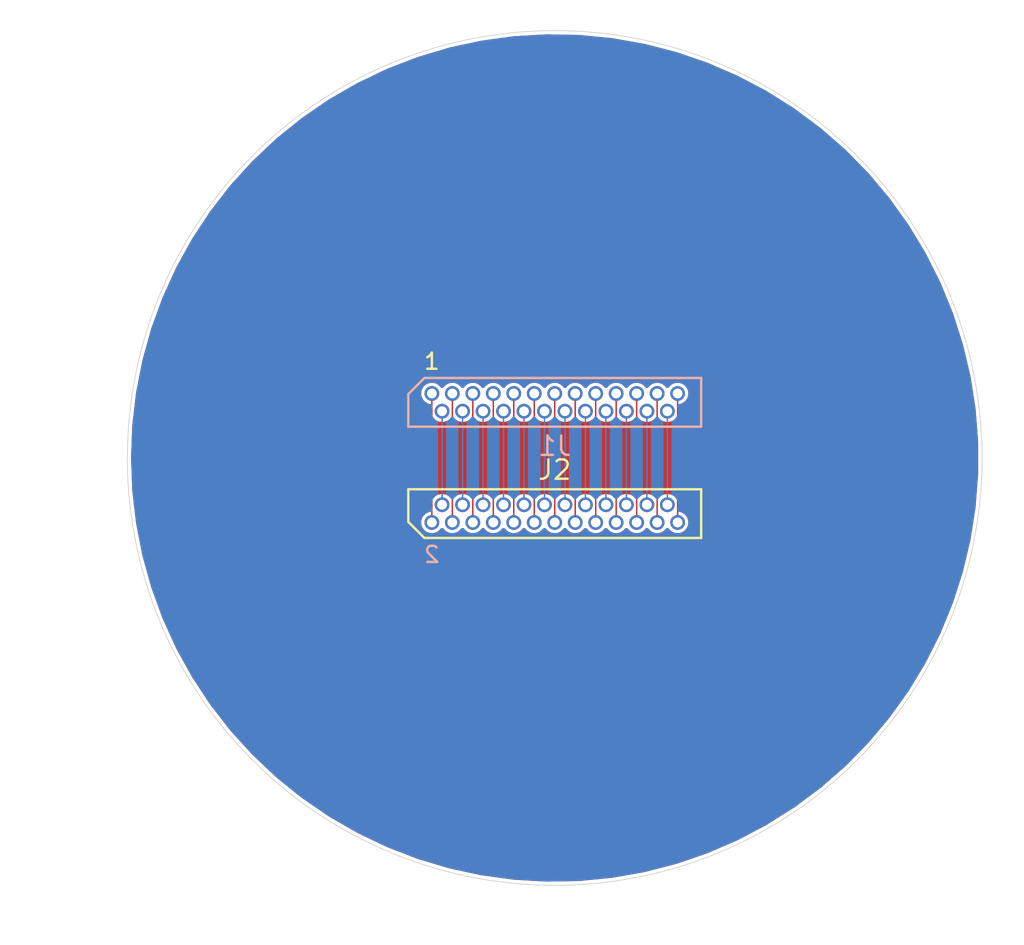
<source format=kicad_pcb>
(kicad_pcb (version 20171130) (host pcbnew "(5.1.9)-1")

  (general
    (thickness 1.6)
    (drawings 4)
    (tracks 26)
    (zones 0)
    (modules 2)
    (nets 26)
  )

  (page A4)
  (layers
    (0 F.Cu signal)
    (31 B.Cu signal)
    (32 B.Adhes user)
    (33 F.Adhes user)
    (34 B.Paste user)
    (35 F.Paste user)
    (36 B.SilkS user)
    (37 F.SilkS user)
    (38 B.Mask user)
    (39 F.Mask user)
    (40 Dwgs.User user)
    (41 Cmts.User user)
    (42 Eco1.User user)
    (43 Eco2.User user)
    (44 Edge.Cuts user)
    (45 Margin user)
    (46 B.CrtYd user)
    (47 F.CrtYd user)
    (48 B.Fab user)
    (49 F.Fab user)
  )

  (setup
    (last_trace_width 0.09)
    (trace_clearance 0.08)
    (zone_clearance 0.2)
    (zone_45_only no)
    (trace_min 0.08)
    (via_size 0.8)
    (via_drill 0.4)
    (via_min_size 0.4)
    (via_min_drill 0.3)
    (uvia_size 0.3)
    (uvia_drill 0.1)
    (uvias_allowed no)
    (uvia_min_size 0.2)
    (uvia_min_drill 0.1)
    (edge_width 0.05)
    (segment_width 0.2)
    (pcb_text_width 0.3)
    (pcb_text_size 1.5 1.5)
    (mod_edge_width 0.12)
    (mod_text_size 1 1)
    (mod_text_width 0.15)
    (pad_size 1 1)
    (pad_drill 0.61)
    (pad_to_mask_clearance 0)
    (aux_axis_origin 0 0)
    (visible_elements 7FFFFFFF)
    (pcbplotparams
      (layerselection 0x010fc_ffffffff)
      (usegerberextensions false)
      (usegerberattributes true)
      (usegerberadvancedattributes true)
      (creategerberjobfile true)
      (excludeedgelayer true)
      (linewidth 0.100000)
      (plotframeref false)
      (viasonmask false)
      (mode 1)
      (useauxorigin false)
      (hpglpennumber 1)
      (hpglpenspeed 20)
      (hpglpendiameter 15.000000)
      (psnegative false)
      (psa4output false)
      (plotreference true)
      (plotvalue true)
      (plotinvisibletext false)
      (padsonsilk false)
      (subtractmaskfromsilk false)
      (outputformat 1)
      (mirror false)
      (drillshape 0)
      (scaleselection 1)
      (outputdirectory "Gerber/"))
  )

  (net 0 "")
  (net 1 "Net-(J1-Pad1)")
  (net 2 "Net-(J1-Pad14)")
  (net 3 "Net-(J1-Pad2)")
  (net 4 "Net-(J1-Pad3)")
  (net 5 "Net-(J1-Pad4)")
  (net 6 "Net-(J1-Pad5)")
  (net 7 "Net-(J1-Pad6)")
  (net 8 "Net-(J1-Pad7)")
  (net 9 "Net-(J1-Pad8)")
  (net 10 "Net-(J1-Pad9)")
  (net 11 "Net-(J1-Pad10)")
  (net 12 "Net-(J1-Pad11)")
  (net 13 "Net-(J1-Pad12)")
  (net 14 "Net-(J1-Pad13)")
  (net 15 "Net-(J1-Pad15)")
  (net 16 "Net-(J1-Pad16)")
  (net 17 "Net-(J1-Pad17)")
  (net 18 "Net-(J1-Pad18)")
  (net 19 "Net-(J1-Pad19)")
  (net 20 "Net-(J1-Pad20)")
  (net 21 "Net-(J1-Pad21)")
  (net 22 "Net-(J1-Pad22)")
  (net 23 "Net-(J1-Pad23)")
  (net 24 "Net-(J1-Pad24)")
  (net 25 "Net-(J1-Pad25)")

  (net_class Default "This is the default net class."
    (clearance 0.08)
    (trace_width 0.09)
    (via_dia 0.8)
    (via_drill 0.4)
    (uvia_dia 0.3)
    (uvia_drill 0.1)
    (add_net "Net-(J1-Pad1)")
    (add_net "Net-(J1-Pad10)")
    (add_net "Net-(J1-Pad11)")
    (add_net "Net-(J1-Pad12)")
    (add_net "Net-(J1-Pad13)")
    (add_net "Net-(J1-Pad14)")
    (add_net "Net-(J1-Pad15)")
    (add_net "Net-(J1-Pad16)")
    (add_net "Net-(J1-Pad17)")
    (add_net "Net-(J1-Pad18)")
    (add_net "Net-(J1-Pad19)")
    (add_net "Net-(J1-Pad2)")
    (add_net "Net-(J1-Pad20)")
    (add_net "Net-(J1-Pad21)")
    (add_net "Net-(J1-Pad22)")
    (add_net "Net-(J1-Pad23)")
    (add_net "Net-(J1-Pad24)")
    (add_net "Net-(J1-Pad25)")
    (add_net "Net-(J1-Pad3)")
    (add_net "Net-(J1-Pad4)")
    (add_net "Net-(J1-Pad5)")
    (add_net "Net-(J1-Pad6)")
    (add_net "Net-(J1-Pad7)")
    (add_net "Net-(J1-Pad8)")
    (add_net "Net-(J1-Pad9)")
  )

  (module Connector:Norcomp-380-025-113L001-microd_Updated (layer F.Cu) (tedit 60E5E368) (tstamp 60E650EA)
    (at 0 -3.45)
    (tags "380-025-213L001 ")
    (path /60E99FD7)
    (fp_text reference J1 (at 0 2.71) (layer B.SilkS)
      (effects (font (size 1.2 1.2) (thickness 0.15)) (justify mirror))
    )
    (fp_text value DB25_Male (at 0.365 6) (layer B.Fab)
      (effects (font (size 1.2 1.2) (thickness 0.15)) (justify mirror))
    )
    (fp_line (start -8.08 -1.51) (end -9.08 -0.51) (layer B.SilkS) (width 0.15))
    (fp_line (start -9.08 -0.51) (end -9.08 1.51) (layer B.SilkS) (width 0.15))
    (fp_line (start -9.08 1.51) (end 9.08 1.51) (layer B.SilkS) (width 0.15))
    (fp_line (start 9.08 1.51) (end 9.08 -1.51) (layer B.SilkS) (width 0.15))
    (fp_line (start 9.08 -1.51) (end -8.08 -1.51) (layer B.SilkS) (width 0.15))
    (fp_line (start -14.85 3.675) (end 14.85 3.675) (layer F.CrtYd) (width 0.15))
    (fp_line (start 14.85 3.675) (end 14.85 -3.675) (layer F.CrtYd) (width 0.15))
    (fp_line (start 14.85 -3.675) (end -14.85 -3.675) (layer F.CrtYd) (width 0.15))
    (fp_line (start -14.85 -3.675) (end -14.85 3.675) (layer F.CrtYd) (width 0.15))
    (fp_text user 1 (at -7.62 -2.54) (layer F.SilkS)
      (effects (font (size 1 1) (thickness 0.15)))
    )
    (fp_text user "Male / Plug" (at 0 -2.54) (layer F.Fab)
      (effects (font (size 1.2 1.2) (thickness 0.15)))
    )
    (pad 1 thru_hole oval (at -7.62 -0.55) (size 0.92 0.92) (drill 0.61) (layers *.Cu *.Mask)
      (net 1 "Net-(J1-Pad1)"))
    (pad 14 thru_hole oval (at -6.985 0.55) (size 0.92 0.92) (drill 0.61) (layers *.Cu *.Mask)
      (net 2 "Net-(J1-Pad14)"))
    (pad 2 thru_hole oval (at -6.35 -0.55) (size 0.92 0.92) (drill 0.61) (layers *.Cu *.Mask)
      (net 3 "Net-(J1-Pad2)"))
    (pad 15 thru_hole oval (at -5.715 0.55) (size 0.92 0.92) (drill 0.61) (layers *.Cu *.Mask)
      (net 15 "Net-(J1-Pad15)"))
    (pad 3 thru_hole oval (at -5.08 -0.55) (size 0.92 0.92) (drill 0.61) (layers *.Cu *.Mask)
      (net 4 "Net-(J1-Pad3)"))
    (pad 16 thru_hole oval (at -4.445 0.55) (size 0.92 0.92) (drill 0.61) (layers *.Cu *.Mask)
      (net 16 "Net-(J1-Pad16)"))
    (pad 4 thru_hole oval (at -3.81 -0.55) (size 0.92 0.92) (drill 0.61) (layers *.Cu *.Mask)
      (net 5 "Net-(J1-Pad4)"))
    (pad 17 thru_hole oval (at -3.175 0.55) (size 0.92 0.92) (drill 0.61) (layers *.Cu *.Mask)
      (net 17 "Net-(J1-Pad17)"))
    (pad 5 thru_hole oval (at -2.54 -0.55) (size 0.92 0.92) (drill 0.61) (layers *.Cu *.Mask)
      (net 6 "Net-(J1-Pad5)"))
    (pad 18 thru_hole oval (at -1.905 0.55) (size 0.92 0.92) (drill 0.61) (layers *.Cu *.Mask)
      (net 18 "Net-(J1-Pad18)"))
    (pad 6 thru_hole oval (at -1.27 -0.55) (size 0.92 0.92) (drill 0.61) (layers *.Cu *.Mask)
      (net 7 "Net-(J1-Pad6)"))
    (pad 19 thru_hole oval (at -0.635 0.55) (size 0.92 0.92) (drill 0.61) (layers *.Cu *.Mask)
      (net 19 "Net-(J1-Pad19)"))
    (pad 7 thru_hole oval (at 0 -0.55) (size 0.92 0.92) (drill 0.61) (layers *.Cu *.Mask)
      (net 8 "Net-(J1-Pad7)"))
    (pad 20 thru_hole oval (at 0.635 0.55) (size 0.92 0.92) (drill 0.61) (layers *.Cu *.Mask)
      (net 20 "Net-(J1-Pad20)"))
    (pad 8 thru_hole oval (at 1.27 -0.55) (size 0.92 0.92) (drill 0.61) (layers *.Cu *.Mask)
      (net 9 "Net-(J1-Pad8)"))
    (pad 21 thru_hole oval (at 1.905 0.55) (size 0.92 0.92) (drill 0.61) (layers *.Cu *.Mask)
      (net 21 "Net-(J1-Pad21)"))
    (pad 9 thru_hole oval (at 2.54 -0.55) (size 0.92 0.92) (drill 0.61) (layers *.Cu *.Mask)
      (net 10 "Net-(J1-Pad9)"))
    (pad 22 thru_hole oval (at 3.175 0.55) (size 0.92 0.92) (drill 0.61) (layers *.Cu *.Mask)
      (net 22 "Net-(J1-Pad22)"))
    (pad 10 thru_hole oval (at 3.81 -0.55) (size 0.92 0.92) (drill 0.61) (layers *.Cu *.Mask)
      (net 11 "Net-(J1-Pad10)"))
    (pad 23 thru_hole oval (at 4.445 0.55) (size 0.92 0.92) (drill 0.61) (layers *.Cu *.Mask)
      (net 23 "Net-(J1-Pad23)"))
    (pad 11 thru_hole oval (at 5.08 -0.55) (size 0.92 0.92) (drill 0.61) (layers *.Cu *.Mask)
      (net 12 "Net-(J1-Pad11)"))
    (pad 24 thru_hole oval (at 5.715 0.55) (size 0.92 0.92) (drill 0.61) (layers *.Cu *.Mask)
      (net 24 "Net-(J1-Pad24)"))
    (pad 12 thru_hole oval (at 6.35 -0.55) (size 0.92 0.92) (drill 0.61) (layers *.Cu *.Mask)
      (net 13 "Net-(J1-Pad12)"))
    (pad 25 thru_hole oval (at 6.985 0.55) (size 0.92 0.92) (drill 0.61) (layers *.Cu *.Mask)
      (net 25 "Net-(J1-Pad25)"))
    (pad 13 thru_hole oval (at 7.62 -0.55) (size 0.92 0.92) (drill 0.61) (layers *.Cu *.Mask)
      (net 14 "Net-(J1-Pad13)"))
    (model ${KIPRJMOD}/footprints/380-025-113L001.STEP
      (offset (xyz 0 0 3))
      (scale (xyz 1 1 1))
      (rotate (xyz 0 0 180))
    )
    (model C:/Users/Cir/Downloads/380-025-113L001.STEP
      (offset (xyz 0 3.65 9))
      (scale (xyz 1 1 1))
      (rotate (xyz 0 0 0))
    )
  )

  (module Connector:Norcomp-380-025-113L001-microd_Updated (layer B.Cu) (tedit 60E5E368) (tstamp 60E65112)
    (at 0 3.45)
    (tags "380-025-213L001 ")
    (path /60E9E821)
    (fp_text reference J2 (at 0 -2.71) (layer F.SilkS)
      (effects (font (size 1.2 1.2) (thickness 0.15)))
    )
    (fp_text value DB25_Male (at 0.365 -6) (layer F.Fab)
      (effects (font (size 1.2 1.2) (thickness 0.15)))
    )
    (fp_line (start -14.85 3.675) (end -14.85 -3.675) (layer B.CrtYd) (width 0.15))
    (fp_line (start 14.85 3.675) (end -14.85 3.675) (layer B.CrtYd) (width 0.15))
    (fp_line (start 14.85 -3.675) (end 14.85 3.675) (layer B.CrtYd) (width 0.15))
    (fp_line (start -14.85 -3.675) (end 14.85 -3.675) (layer B.CrtYd) (width 0.15))
    (fp_line (start 9.08 1.51) (end -8.08 1.51) (layer F.SilkS) (width 0.15))
    (fp_line (start 9.08 -1.51) (end 9.08 1.51) (layer F.SilkS) (width 0.15))
    (fp_line (start -9.08 -1.51) (end 9.08 -1.51) (layer F.SilkS) (width 0.15))
    (fp_line (start -9.08 0.51) (end -9.08 -1.51) (layer F.SilkS) (width 0.15))
    (fp_line (start -8.08 1.51) (end -9.08 0.51) (layer F.SilkS) (width 0.15))
    (fp_text user "Male / Plug" (at 0 2.54) (layer B.Fab)
      (effects (font (size 1.2 1.2) (thickness 0.15)) (justify mirror))
    )
    (fp_text user 2 (at -7.62 2.54) (layer B.SilkS)
      (effects (font (size 1 1) (thickness 0.15)) (justify mirror))
    )
    (pad 13 thru_hole oval (at 7.62 0.55) (size 0.92 0.92) (drill 0.61) (layers *.Cu *.Mask)
      (net 14 "Net-(J1-Pad13)"))
    (pad 25 thru_hole oval (at 6.985 -0.55) (size 0.92 0.92) (drill 0.61) (layers *.Cu *.Mask)
      (net 25 "Net-(J1-Pad25)"))
    (pad 12 thru_hole oval (at 6.35 0.55) (size 0.92 0.92) (drill 0.61) (layers *.Cu *.Mask)
      (net 13 "Net-(J1-Pad12)"))
    (pad 24 thru_hole oval (at 5.715 -0.55) (size 0.92 0.92) (drill 0.61) (layers *.Cu *.Mask)
      (net 24 "Net-(J1-Pad24)"))
    (pad 11 thru_hole oval (at 5.08 0.55) (size 0.92 0.92) (drill 0.61) (layers *.Cu *.Mask)
      (net 12 "Net-(J1-Pad11)"))
    (pad 23 thru_hole oval (at 4.445 -0.55) (size 0.92 0.92) (drill 0.61) (layers *.Cu *.Mask)
      (net 23 "Net-(J1-Pad23)"))
    (pad 10 thru_hole oval (at 3.81 0.55) (size 0.92 0.92) (drill 0.61) (layers *.Cu *.Mask)
      (net 11 "Net-(J1-Pad10)"))
    (pad 22 thru_hole oval (at 3.175 -0.55) (size 0.92 0.92) (drill 0.61) (layers *.Cu *.Mask)
      (net 22 "Net-(J1-Pad22)"))
    (pad 9 thru_hole oval (at 2.54 0.55) (size 0.92 0.92) (drill 0.61) (layers *.Cu *.Mask)
      (net 10 "Net-(J1-Pad9)"))
    (pad 21 thru_hole oval (at 1.905 -0.55) (size 0.92 0.92) (drill 0.61) (layers *.Cu *.Mask)
      (net 21 "Net-(J1-Pad21)"))
    (pad 8 thru_hole oval (at 1.27 0.55) (size 0.92 0.92) (drill 0.61) (layers *.Cu *.Mask)
      (net 9 "Net-(J1-Pad8)"))
    (pad 20 thru_hole oval (at 0.635 -0.55) (size 0.92 0.92) (drill 0.61) (layers *.Cu *.Mask)
      (net 20 "Net-(J1-Pad20)"))
    (pad 7 thru_hole oval (at 0 0.55) (size 0.92 0.92) (drill 0.61) (layers *.Cu *.Mask)
      (net 8 "Net-(J1-Pad7)"))
    (pad 19 thru_hole oval (at -0.635 -0.55) (size 0.92 0.92) (drill 0.61) (layers *.Cu *.Mask)
      (net 19 "Net-(J1-Pad19)"))
    (pad 6 thru_hole oval (at -1.27 0.55) (size 0.92 0.92) (drill 0.61) (layers *.Cu *.Mask)
      (net 7 "Net-(J1-Pad6)"))
    (pad 18 thru_hole oval (at -1.905 -0.55) (size 0.92 0.92) (drill 0.61) (layers *.Cu *.Mask)
      (net 18 "Net-(J1-Pad18)"))
    (pad 5 thru_hole oval (at -2.54 0.55) (size 0.92 0.92) (drill 0.61) (layers *.Cu *.Mask)
      (net 6 "Net-(J1-Pad5)"))
    (pad 17 thru_hole oval (at -3.175 -0.55) (size 0.92 0.92) (drill 0.61) (layers *.Cu *.Mask)
      (net 17 "Net-(J1-Pad17)"))
    (pad 4 thru_hole oval (at -3.81 0.55) (size 0.92 0.92) (drill 0.61) (layers *.Cu *.Mask)
      (net 5 "Net-(J1-Pad4)"))
    (pad 16 thru_hole oval (at -4.445 -0.55) (size 0.92 0.92) (drill 0.61) (layers *.Cu *.Mask)
      (net 16 "Net-(J1-Pad16)"))
    (pad 3 thru_hole oval (at -5.08 0.55) (size 0.92 0.92) (drill 0.61) (layers *.Cu *.Mask)
      (net 4 "Net-(J1-Pad3)"))
    (pad 15 thru_hole oval (at -5.715 -0.55) (size 0.92 0.92) (drill 0.61) (layers *.Cu *.Mask)
      (net 15 "Net-(J1-Pad15)"))
    (pad 2 thru_hole oval (at -6.35 0.55) (size 0.92 0.92) (drill 0.61) (layers *.Cu *.Mask)
      (net 3 "Net-(J1-Pad2)"))
    (pad 14 thru_hole oval (at -6.985 -0.55) (size 0.92 0.92) (drill 0.61) (layers *.Cu *.Mask)
      (net 2 "Net-(J1-Pad14)"))
    (pad 1 thru_hole oval (at -7.62 0.55) (size 0.92 0.92) (drill 0.61) (layers *.Cu *.Mask)
      (net 1 "Net-(J1-Pad1)"))
    (model ${KIPRJMOD}/footprints/380-025-113L001.STEP
      (offset (xyz 0 0 3))
      (scale (xyz 1 1 1))
      (rotate (xyz 0 0 180))
    )
  )

  (gr_circle (center 0 0) (end 25.4 0) (layer B.Mask) (width 3.2) (tstamp 60DE1C7E))
  (gr_circle (center 0 0) (end 23.8 0) (layer Dwgs.User) (width 0.15) (tstamp 60DE1C7D))
  (gr_circle (center 0 0) (end 25.4 0) (layer F.Mask) (width 3.2) (tstamp 60DE1C7C))
  (gr_circle (center 0 0) (end 26.5 0) (layer Edge.Cuts) (width 0.05) (tstamp 60DE1C7B))

  (segment (start -7.62 -4) (end -7.62 4) (width 0.09) (layer F.Cu) (net 1))
  (segment (start -6.985 -2.9) (end -6.985 2.9) (width 0.09) (layer B.Cu) (net 2))
  (segment (start -6.35 -4) (end -6.35 4) (width 0.09) (layer F.Cu) (net 3))
  (segment (start -5.08 -4) (end -5.08 4) (width 0.09) (layer F.Cu) (net 4))
  (segment (start -3.81 -4) (end -3.81 4) (width 0.09) (layer F.Cu) (net 5))
  (segment (start -2.54 -4) (end -2.54 4) (width 0.09) (layer F.Cu) (net 6))
  (segment (start -1.27 -4) (end -1.27 4) (width 0.09) (layer F.Cu) (net 7))
  (segment (start 0 -4) (end 0 4) (width 0.09) (layer F.Cu) (net 8))
  (segment (start 1.27 -2.669198) (end 1.27 4) (width 0.09) (layer F.Cu) (net 9))
  (segment (start 1.27 -4) (end 1.27 -2.669198) (width 0.09) (layer F.Cu) (net 9))
  (segment (start 2.54 -4) (end 2.54 4) (width 0.09) (layer F.Cu) (net 10))
  (segment (start 3.81 -4) (end 3.81 4) (width 0.09) (layer F.Cu) (net 11))
  (segment (start 5.08 -4) (end 5.08 4) (width 0.09) (layer F.Cu) (net 12))
  (segment (start 6.35 -4) (end 6.35 4) (width 0.09) (layer F.Cu) (net 13))
  (segment (start 7.62 4) (end 7.62 -4) (width 0.09) (layer F.Cu) (net 14))
  (segment (start -5.715 -2.9) (end -5.715 2.9) (width 0.09) (layer B.Cu) (net 15))
  (segment (start -4.445 -2.9) (end -4.445 2.9) (width 0.09) (layer B.Cu) (net 16))
  (segment (start -3.175 -2.9) (end -3.175 2.9) (width 0.09) (layer B.Cu) (net 17))
  (segment (start -1.905 -2.9) (end -1.905 2.9) (width 0.09) (layer B.Cu) (net 18))
  (segment (start -0.635 2.9) (end -0.635 -2.9) (width 0.09) (layer B.Cu) (net 19))
  (segment (start 0.635 -2.9) (end 0.635 2.9) (width 0.09) (layer B.Cu) (net 20))
  (segment (start 1.905 -2.9) (end 1.905 2.9) (width 0.09) (layer B.Cu) (net 21))
  (segment (start 3.175 -2.9) (end 3.175 2.9) (width 0.09) (layer B.Cu) (net 22))
  (segment (start 4.445 -2.9) (end 4.445 2.9) (width 0.09) (layer B.Cu) (net 23))
  (segment (start 5.715 -2.9) (end 5.715 2.9) (width 0.09) (layer B.Cu) (net 24))
  (segment (start 6.985 -2.9) (end 6.985 2.9) (width 0.09) (layer B.Cu) (net 25))

  (zone (net 0) (net_name "") (layer F.Cu) (tstamp 60F89B5B) (hatch edge 0.508)
    (connect_pads (clearance 0.2))
    (min_thickness 0.254)
    (fill yes (arc_segments 32) (thermal_gap 0.508) (thermal_bridge_width 0.508))
    (polygon
      (pts
        (xy 29 28.8) (xy -34.4 30.2) (xy -34.4 -28.2) (xy 29 -28.2)
      )
    )
    (filled_polygon
      (pts
        (xy 1.520371 -26.103762) (xy 3.538643 -25.907449) (xy 5.535633 -25.555326) (xy 7.499331 -25.04951) (xy 9.417927 -24.393043)
        (xy 11.279883 -23.589874) (xy 13.074 -22.644832) (xy 14.789489 -21.563602) (xy 16.416031 -20.352686) (xy 17.943846 -19.019366)
        (xy 19.363745 -17.571662) (xy 20.667188 -16.018279) (xy 21.846335 -14.368561) (xy 22.894097 -12.632428) (xy 23.80417 -10.820323)
        (xy 24.571083 -8.943143) (xy 25.190222 -7.012177) (xy 25.657864 -5.03904) (xy 25.971197 -3.035598) (xy 26.128335 -1.013898)
        (xy 26.128335 1.013898) (xy 25.971197 3.035598) (xy 25.657864 5.03904) (xy 25.190222 7.012177) (xy 24.571083 8.943143)
        (xy 23.80417 10.820323) (xy 22.894097 12.632428) (xy 21.846335 14.368561) (xy 20.667188 16.018279) (xy 19.363745 17.571662)
        (xy 17.943846 19.019366) (xy 16.416031 20.352686) (xy 14.789489 21.563602) (xy 13.074 22.644832) (xy 11.279883 23.589874)
        (xy 9.417927 24.393043) (xy 7.499331 25.04951) (xy 5.535633 25.555326) (xy 3.538643 25.907449) (xy 1.520371 26.103762)
        (xy -0.507045 26.143083) (xy -2.531411 26.025178) (xy -4.540553 25.750753) (xy -6.522387 25.321461) (xy -8.464995 24.739882)
        (xy -10.356694 24.009515) (xy -12.186106 23.134751) (xy -13.94223 22.120853) (xy -15.614503 20.973917) (xy -17.192869 19.700842)
        (xy -18.667835 18.309283) (xy -20.03053 16.80761) (xy -21.27276 15.204855) (xy -22.387052 13.510655) (xy -23.366706 11.735201)
        (xy -24.20583 9.88917) (xy -24.899378 7.983664) (xy -25.443177 6.030144) (xy -25.833959 4.040357) (xy -26.069371 2.026272)
        (xy -26.148 0) (xy -26.069371 -2.026272) (xy -25.833959 -4.040357) (xy -25.826662 -4.077513) (xy -8.407 -4.077513)
        (xy -8.407 -3.922487) (xy -8.376756 -3.770441) (xy -8.31743 -3.627216) (xy -8.231303 -3.498317) (xy -8.121683 -3.388697)
        (xy -7.992784 -3.30257) (xy -7.992 -3.302245) (xy -7.991999 3.302245) (xy -7.992784 3.30257) (xy -8.121683 3.388697)
        (xy -8.231303 3.498317) (xy -8.31743 3.627216) (xy -8.376756 3.770441) (xy -8.407 3.922487) (xy -8.407 4.077513)
        (xy -8.376756 4.229559) (xy -8.31743 4.372784) (xy -8.231303 4.501683) (xy -8.121683 4.611303) (xy -7.992784 4.69743)
        (xy -7.849559 4.756756) (xy -7.697513 4.787) (xy -7.542487 4.787) (xy -7.390441 4.756756) (xy -7.247216 4.69743)
        (xy -7.118317 4.611303) (xy -7.008697 4.501683) (xy -6.985 4.466218) (xy -6.961303 4.501683) (xy -6.851683 4.611303)
        (xy -6.722784 4.69743) (xy -6.579559 4.756756) (xy -6.427513 4.787) (xy -6.272487 4.787) (xy -6.120441 4.756756)
        (xy -5.977216 4.69743) (xy -5.848317 4.611303) (xy -5.738697 4.501683) (xy -5.715 4.466218) (xy -5.691303 4.501683)
        (xy -5.581683 4.611303) (xy -5.452784 4.69743) (xy -5.309559 4.756756) (xy -5.157513 4.787) (xy -5.002487 4.787)
        (xy -4.850441 4.756756) (xy -4.707216 4.69743) (xy -4.578317 4.611303) (xy -4.468697 4.501683) (xy -4.445 4.466218)
        (xy -4.421303 4.501683) (xy -4.311683 4.611303) (xy -4.182784 4.69743) (xy -4.039559 4.756756) (xy -3.887513 4.787)
        (xy -3.732487 4.787) (xy -3.580441 4.756756) (xy -3.437216 4.69743) (xy -3.308317 4.611303) (xy -3.198697 4.501683)
        (xy -3.175 4.466218) (xy -3.151303 4.501683) (xy -3.041683 4.611303) (xy -2.912784 4.69743) (xy -2.769559 4.756756)
        (xy -2.617513 4.787) (xy -2.462487 4.787) (xy -2.310441 4.756756) (xy -2.167216 4.69743) (xy -2.038317 4.611303)
        (xy -1.928697 4.501683) (xy -1.905 4.466218) (xy -1.881303 4.501683) (xy -1.771683 4.611303) (xy -1.642784 4.69743)
        (xy -1.499559 4.756756) (xy -1.347513 4.787) (xy -1.192487 4.787) (xy -1.040441 4.756756) (xy -0.897216 4.69743)
        (xy -0.768317 4.611303) (xy -0.658697 4.501683) (xy -0.635 4.466218) (xy -0.611303 4.501683) (xy -0.501683 4.611303)
        (xy -0.372784 4.69743) (xy -0.229559 4.756756) (xy -0.077513 4.787) (xy 0.077513 4.787) (xy 0.229559 4.756756)
        (xy 0.372784 4.69743) (xy 0.501683 4.611303) (xy 0.611303 4.501683) (xy 0.635 4.466218) (xy 0.658697 4.501683)
        (xy 0.768317 4.611303) (xy 0.897216 4.69743) (xy 1.040441 4.756756) (xy 1.192487 4.787) (xy 1.347513 4.787)
        (xy 1.499559 4.756756) (xy 1.642784 4.69743) (xy 1.771683 4.611303) (xy 1.881303 4.501683) (xy 1.905 4.466218)
        (xy 1.928697 4.501683) (xy 2.038317 4.611303) (xy 2.167216 4.69743) (xy 2.310441 4.756756) (xy 2.462487 4.787)
        (xy 2.617513 4.787) (xy 2.769559 4.756756) (xy 2.912784 4.69743) (xy 3.041683 4.611303) (xy 3.151303 4.501683)
        (xy 3.175 4.466218) (xy 3.198697 4.501683) (xy 3.308317 4.611303) (xy 3.437216 4.69743) (xy 3.580441 4.756756)
        (xy 3.732487 4.787) (xy 3.887513 4.787) (xy 4.039559 4.756756) (xy 4.182784 4.69743) (xy 4.311683 4.611303)
        (xy 4.421303 4.501683) (xy 4.445 4.466218) (xy 4.468697 4.501683) (xy 4.578317 4.611303) (xy 4.707216 4.69743)
        (xy 4.850441 4.756756) (xy 5.002487 4.787) (xy 5.157513 4.787) (xy 5.309559 4.756756) (xy 5.452784 4.69743)
        (xy 5.581683 4.611303) (xy 5.691303 4.501683) (xy 5.715 4.466218) (xy 5.738697 4.501683) (xy 5.848317 4.611303)
        (xy 5.977216 4.69743) (xy 6.120441 4.756756) (xy 6.272487 4.787) (xy 6.427513 4.787) (xy 6.579559 4.756756)
        (xy 6.722784 4.69743) (xy 6.851683 4.611303) (xy 6.961303 4.501683) (xy 6.985 4.466218) (xy 7.008697 4.501683)
        (xy 7.118317 4.611303) (xy 7.247216 4.69743) (xy 7.390441 4.756756) (xy 7.542487 4.787) (xy 7.697513 4.787)
        (xy 7.849559 4.756756) (xy 7.992784 4.69743) (xy 8.121683 4.611303) (xy 8.231303 4.501683) (xy 8.31743 4.372784)
        (xy 8.376756 4.229559) (xy 8.407 4.077513) (xy 8.407 3.922487) (xy 8.376756 3.770441) (xy 8.31743 3.627216)
        (xy 8.231303 3.498317) (xy 8.121683 3.388697) (xy 7.992784 3.30257) (xy 7.992 3.302245) (xy 7.992 -3.302245)
        (xy 7.992784 -3.30257) (xy 8.121683 -3.388697) (xy 8.231303 -3.498317) (xy 8.31743 -3.627216) (xy 8.376756 -3.770441)
        (xy 8.407 -3.922487) (xy 8.407 -4.077513) (xy 8.376756 -4.229559) (xy 8.31743 -4.372784) (xy 8.231303 -4.501683)
        (xy 8.121683 -4.611303) (xy 7.992784 -4.69743) (xy 7.849559 -4.756756) (xy 7.697513 -4.787) (xy 7.542487 -4.787)
        (xy 7.390441 -4.756756) (xy 7.247216 -4.69743) (xy 7.118317 -4.611303) (xy 7.008697 -4.501683) (xy 6.985 -4.466218)
        (xy 6.961303 -4.501683) (xy 6.851683 -4.611303) (xy 6.722784 -4.69743) (xy 6.579559 -4.756756) (xy 6.427513 -4.787)
        (xy 6.272487 -4.787) (xy 6.120441 -4.756756) (xy 5.977216 -4.69743) (xy 5.848317 -4.611303) (xy 5.738697 -4.501683)
        (xy 5.715 -4.466218) (xy 5.691303 -4.501683) (xy 5.581683 -4.611303) (xy 5.452784 -4.69743) (xy 5.309559 -4.756756)
        (xy 5.157513 -4.787) (xy 5.002487 -4.787) (xy 4.850441 -4.756756) (xy 4.707216 -4.69743) (xy 4.578317 -4.611303)
        (xy 4.468697 -4.501683) (xy 4.445 -4.466218) (xy 4.421303 -4.501683) (xy 4.311683 -4.611303) (xy 4.182784 -4.69743)
        (xy 4.039559 -4.756756) (xy 3.887513 -4.787) (xy 3.732487 -4.787) (xy 3.580441 -4.756756) (xy 3.437216 -4.69743)
        (xy 3.308317 -4.611303) (xy 3.198697 -4.501683) (xy 3.175 -4.466218) (xy 3.151303 -4.501683) (xy 3.041683 -4.611303)
        (xy 2.912784 -4.69743) (xy 2.769559 -4.756756) (xy 2.617513 -4.787) (xy 2.462487 -4.787) (xy 2.310441 -4.756756)
        (xy 2.167216 -4.69743) (xy 2.038317 -4.611303) (xy 1.928697 -4.501683) (xy 1.905 -4.466218) (xy 1.881303 -4.501683)
        (xy 1.771683 -4.611303) (xy 1.642784 -4.69743) (xy 1.499559 -4.756756) (xy 1.347513 -4.787) (xy 1.192487 -4.787)
        (xy 1.040441 -4.756756) (xy 0.897216 -4.69743) (xy 0.768317 -4.611303) (xy 0.658697 -4.501683) (xy 0.635 -4.466218)
        (xy 0.611303 -4.501683) (xy 0.501683 -4.611303) (xy 0.372784 -4.69743) (xy 0.229559 -4.756756) (xy 0.077513 -4.787)
        (xy -0.077513 -4.787) (xy -0.229559 -4.756756) (xy -0.372784 -4.69743) (xy -0.501683 -4.611303) (xy -0.611303 -4.501683)
        (xy -0.635 -4.466218) (xy -0.658697 -4.501683) (xy -0.768317 -4.611303) (xy -0.897216 -4.69743) (xy -1.040441 -4.756756)
        (xy -1.192487 -4.787) (xy -1.347513 -4.787) (xy -1.499559 -4.756756) (xy -1.642784 -4.69743) (xy -1.771683 -4.611303)
        (xy -1.881303 -4.501683) (xy -1.905 -4.466218) (xy -1.928697 -4.501683) (xy -2.038317 -4.611303) (xy -2.167216 -4.69743)
        (xy -2.310441 -4.756756) (xy -2.462487 -4.787) (xy -2.617513 -4.787) (xy -2.769559 -4.756756) (xy -2.912784 -4.69743)
        (xy -3.041683 -4.611303) (xy -3.151303 -4.501683) (xy -3.175 -4.466218) (xy -3.198697 -4.501683) (xy -3.308317 -4.611303)
        (xy -3.437216 -4.69743) (xy -3.580441 -4.756756) (xy -3.732487 -4.787) (xy -3.887513 -4.787) (xy -4.039559 -4.756756)
        (xy -4.182784 -4.69743) (xy -4.311683 -4.611303) (xy -4.421303 -4.501683) (xy -4.445 -4.466218) (xy -4.468697 -4.501683)
        (xy -4.578317 -4.611303) (xy -4.707216 -4.69743) (xy -4.850441 -4.756756) (xy -5.002487 -4.787) (xy -5.157513 -4.787)
        (xy -5.309559 -4.756756) (xy -5.452784 -4.69743) (xy -5.581683 -4.611303) (xy -5.691303 -4.501683) (xy -5.715 -4.466218)
        (xy -5.738697 -4.501683) (xy -5.848317 -4.611303) (xy -5.977216 -4.69743) (xy -6.120441 -4.756756) (xy -6.272487 -4.787)
        (xy -6.427513 -4.787) (xy -6.579559 -4.756756) (xy -6.722784 -4.69743) (xy -6.851683 -4.611303) (xy -6.961303 -4.501683)
        (xy -6.985 -4.466218) (xy -7.008697 -4.501683) (xy -7.118317 -4.611303) (xy -7.247216 -4.69743) (xy -7.390441 -4.756756)
        (xy -7.542487 -4.787) (xy -7.697513 -4.787) (xy -7.849559 -4.756756) (xy -7.992784 -4.69743) (xy -8.121683 -4.611303)
        (xy -8.231303 -4.501683) (xy -8.31743 -4.372784) (xy -8.376756 -4.229559) (xy -8.407 -4.077513) (xy -25.826662 -4.077513)
        (xy -25.443177 -6.030144) (xy -24.899378 -7.983664) (xy -24.20583 -9.88917) (xy -23.366706 -11.735201) (xy -22.387052 -13.510655)
        (xy -21.27276 -15.204855) (xy -20.03053 -16.80761) (xy -18.667835 -18.309283) (xy -17.192869 -19.700842) (xy -15.614503 -20.973917)
        (xy -13.94223 -22.120853) (xy -12.186106 -23.134751) (xy -10.356694 -24.009515) (xy -8.464995 -24.739882) (xy -6.522387 -25.321461)
        (xy -4.540553 -25.750753) (xy -2.531411 -26.025178) (xy -0.507045 -26.143083)
      )
    )
    (filled_polygon
      (pts
        (xy -0.371999 2.157096) (xy -0.405441 2.143244) (xy -0.557487 2.113) (xy -0.712513 2.113) (xy -0.864559 2.143244)
        (xy -0.898 2.157096) (xy -0.898 -2.157096) (xy -0.864559 -2.143244) (xy -0.712513 -2.113) (xy -0.557487 -2.113)
        (xy -0.405441 -2.143244) (xy -0.372 -2.157096)
      )
    )
    (filled_polygon
      (pts
        (xy 7.248 2.157096) (xy 7.214559 2.143244) (xy 7.062513 2.113) (xy 6.907487 2.113) (xy 6.755441 2.143244)
        (xy 6.722 2.157096) (xy 6.722 -2.157096) (xy 6.755441 -2.143244) (xy 6.907487 -2.113) (xy 7.062513 -2.113)
        (xy 7.214559 -2.143244) (xy 7.248001 -2.157096)
      )
    )
    (filled_polygon
      (pts
        (xy 4.708001 2.157096) (xy 4.674559 2.143244) (xy 4.522513 2.113) (xy 4.367487 2.113) (xy 4.215441 2.143244)
        (xy 4.182 2.157096) (xy 4.182 -2.157096) (xy 4.215441 -2.143244) (xy 4.367487 -2.113) (xy 4.522513 -2.113)
        (xy 4.674559 -2.143244) (xy 4.708 -2.157096)
      )
    )
    (filled_polygon
      (pts
        (xy 2.168001 2.157096) (xy 2.134559 2.143244) (xy 1.982513 2.113) (xy 1.827487 2.113) (xy 1.675441 2.143244)
        (xy 1.642 2.157096) (xy 1.642 -2.157096) (xy 1.675441 -2.143244) (xy 1.827487 -2.113) (xy 1.982513 -2.113)
        (xy 2.134559 -2.143244) (xy 2.168 -2.157096)
      )
    )
    (filled_polygon
      (pts
        (xy -1.641999 2.157096) (xy -1.675441 2.143244) (xy -1.827487 2.113) (xy -1.982513 2.113) (xy -2.134559 2.143244)
        (xy -2.168 2.157096) (xy -2.168 -2.157096) (xy -2.134559 -2.143244) (xy -1.982513 -2.113) (xy -1.827487 -2.113)
        (xy -1.675441 -2.143244) (xy -1.642 -2.157096)
      )
    )
    (filled_polygon
      (pts
        (xy -6.721999 2.157096) (xy -6.755441 2.143244) (xy -6.907487 2.113) (xy -7.062513 2.113) (xy -7.214559 2.143244)
        (xy -7.248 2.157096) (xy -7.248 -2.157096) (xy -7.214559 -2.143244) (xy -7.062513 -2.113) (xy -6.907487 -2.113)
        (xy -6.755441 -2.143244) (xy -6.722 -2.157096)
      )
    )
    (filled_polygon
      (pts
        (xy -2.911999 2.157096) (xy -2.945441 2.143244) (xy -3.097487 2.113) (xy -3.252513 2.113) (xy -3.404559 2.143244)
        (xy -3.438 2.157096) (xy -3.438 -2.157096) (xy -3.404559 -2.143244) (xy -3.252513 -2.113) (xy -3.097487 -2.113)
        (xy -2.945441 -2.143244) (xy -2.912 -2.157096)
      )
    )
    (filled_polygon
      (pts
        (xy 3.438001 2.157096) (xy 3.404559 2.143244) (xy 3.252513 2.113) (xy 3.097487 2.113) (xy 2.945441 2.143244)
        (xy 2.912 2.157096) (xy 2.912 -2.157096) (xy 2.945441 -2.143244) (xy 3.097487 -2.113) (xy 3.252513 -2.113)
        (xy 3.404559 -2.143244) (xy 3.438 -2.157096)
      )
    )
    (filled_polygon
      (pts
        (xy 5.978001 2.157096) (xy 5.944559 2.143244) (xy 5.792513 2.113) (xy 5.637487 2.113) (xy 5.485441 2.143244)
        (xy 5.452 2.157096) (xy 5.452 -2.157096) (xy 5.485441 -2.143244) (xy 5.637487 -2.113) (xy 5.792513 -2.113)
        (xy 5.944559 -2.143244) (xy 5.978 -2.157096)
      )
    )
    (filled_polygon
      (pts
        (xy 0.898001 2.157096) (xy 0.864559 2.143244) (xy 0.712513 2.113) (xy 0.557487 2.113) (xy 0.405441 2.143244)
        (xy 0.372 2.157096) (xy 0.372 -2.157096) (xy 0.405441 -2.143244) (xy 0.557487 -2.113) (xy 0.712513 -2.113)
        (xy 0.864559 -2.143244) (xy 0.898 -2.157096)
      )
    )
    (filled_polygon
      (pts
        (xy -5.451999 2.157096) (xy -5.485441 2.143244) (xy -5.637487 2.113) (xy -5.792513 2.113) (xy -5.944559 2.143244)
        (xy -5.978 2.157096) (xy -5.978 -2.157096) (xy -5.944559 -2.143244) (xy -5.792513 -2.113) (xy -5.637487 -2.113)
        (xy -5.485441 -2.143244) (xy -5.452 -2.157096)
      )
    )
    (filled_polygon
      (pts
        (xy -4.181999 2.157096) (xy -4.215441 2.143244) (xy -4.367487 2.113) (xy -4.522513 2.113) (xy -4.674559 2.143244)
        (xy -4.708 2.157096) (xy -4.708 -2.157096) (xy -4.674559 -2.143244) (xy -4.522513 -2.113) (xy -4.367487 -2.113)
        (xy -4.215441 -2.143244) (xy -4.182 -2.157096)
      )
    )
  )
  (zone (net 0) (net_name "") (layer B.Cu) (tstamp 60F89B58) (hatch edge 0.508)
    (connect_pads (clearance 0.2))
    (min_thickness 0.254)
    (fill yes (arc_segments 32) (thermal_gap 0.508) (thermal_bridge_width 0.508))
    (polygon
      (pts
        (xy 29.1 29.4) (xy -34 29.4) (xy -34 -28.4) (xy 29.1 -28.4)
      )
    )
    (filled_polygon
      (pts
        (xy 1.520371 -26.103762) (xy 3.538643 -25.907449) (xy 5.535633 -25.555326) (xy 7.499331 -25.04951) (xy 9.417927 -24.393043)
        (xy 11.279883 -23.589874) (xy 13.074 -22.644832) (xy 14.789489 -21.563602) (xy 16.416031 -20.352686) (xy 17.943846 -19.019366)
        (xy 19.363745 -17.571662) (xy 20.667188 -16.018279) (xy 21.846335 -14.368561) (xy 22.894097 -12.632428) (xy 23.80417 -10.820323)
        (xy 24.571083 -8.943143) (xy 25.190222 -7.012177) (xy 25.657864 -5.03904) (xy 25.971197 -3.035598) (xy 26.128335 -1.013898)
        (xy 26.128335 1.013898) (xy 25.971197 3.035598) (xy 25.657864 5.03904) (xy 25.190222 7.012177) (xy 24.571083 8.943143)
        (xy 23.80417 10.820323) (xy 22.894097 12.632428) (xy 21.846335 14.368561) (xy 20.667188 16.018279) (xy 19.363745 17.571662)
        (xy 17.943846 19.019366) (xy 16.416031 20.352686) (xy 14.789489 21.563602) (xy 13.074 22.644832) (xy 11.279883 23.589874)
        (xy 9.417927 24.393043) (xy 7.499331 25.04951) (xy 5.535633 25.555326) (xy 3.538643 25.907449) (xy 1.520371 26.103762)
        (xy -0.507045 26.143083) (xy -2.531411 26.025178) (xy -4.540553 25.750753) (xy -6.522387 25.321461) (xy -8.464995 24.739882)
        (xy -10.356694 24.009515) (xy -12.186106 23.134751) (xy -13.94223 22.120853) (xy -15.614503 20.973917) (xy -17.192869 19.700842)
        (xy -18.667835 18.309283) (xy -20.03053 16.80761) (xy -21.27276 15.204855) (xy -22.387052 13.510655) (xy -23.366706 11.735201)
        (xy -24.20583 9.88917) (xy -24.899378 7.983664) (xy -25.443177 6.030144) (xy -25.833959 4.040357) (xy -26.069371 2.026272)
        (xy -26.148 0) (xy -26.069371 -2.026272) (xy -25.833959 -4.040357) (xy -25.826662 -4.077513) (xy -8.407 -4.077513)
        (xy -8.407 -3.922487) (xy -8.376756 -3.770441) (xy -8.31743 -3.627216) (xy -8.231303 -3.498317) (xy -8.121683 -3.388697)
        (xy -7.992784 -3.30257) (xy -7.849559 -3.243244) (xy -7.706457 -3.214779) (xy -7.741756 -3.129559) (xy -7.772 -2.977513)
        (xy -7.772 -2.822487) (xy -7.741756 -2.670441) (xy -7.68243 -2.527216) (xy -7.596303 -2.398317) (xy -7.486683 -2.288697)
        (xy -7.357784 -2.20257) (xy -7.357 -2.202245) (xy -7.356999 2.202245) (xy -7.357784 2.20257) (xy -7.486683 2.288697)
        (xy -7.596303 2.398317) (xy -7.68243 2.527216) (xy -7.741756 2.670441) (xy -7.772 2.822487) (xy -7.772 2.977513)
        (xy -7.741756 3.129559) (xy -7.706457 3.214779) (xy -7.849559 3.243244) (xy -7.992784 3.30257) (xy -8.121683 3.388697)
        (xy -8.231303 3.498317) (xy -8.31743 3.627216) (xy -8.376756 3.770441) (xy -8.407 3.922487) (xy -8.407 4.077513)
        (xy -8.376756 4.229559) (xy -8.31743 4.372784) (xy -8.231303 4.501683) (xy -8.121683 4.611303) (xy -7.992784 4.69743)
        (xy -7.849559 4.756756) (xy -7.697513 4.787) (xy -7.542487 4.787) (xy -7.390441 4.756756) (xy -7.247216 4.69743)
        (xy -7.118317 4.611303) (xy -7.008697 4.501683) (xy -6.985 4.466218) (xy -6.961303 4.501683) (xy -6.851683 4.611303)
        (xy -6.722784 4.69743) (xy -6.579559 4.756756) (xy -6.427513 4.787) (xy -6.272487 4.787) (xy -6.120441 4.756756)
        (xy -5.977216 4.69743) (xy -5.848317 4.611303) (xy -5.738697 4.501683) (xy -5.715 4.466218) (xy -5.691303 4.501683)
        (xy -5.581683 4.611303) (xy -5.452784 4.69743) (xy -5.309559 4.756756) (xy -5.157513 4.787) (xy -5.002487 4.787)
        (xy -4.850441 4.756756) (xy -4.707216 4.69743) (xy -4.578317 4.611303) (xy -4.468697 4.501683) (xy -4.445 4.466218)
        (xy -4.421303 4.501683) (xy -4.311683 4.611303) (xy -4.182784 4.69743) (xy -4.039559 4.756756) (xy -3.887513 4.787)
        (xy -3.732487 4.787) (xy -3.580441 4.756756) (xy -3.437216 4.69743) (xy -3.308317 4.611303) (xy -3.198697 4.501683)
        (xy -3.175 4.466218) (xy -3.151303 4.501683) (xy -3.041683 4.611303) (xy -2.912784 4.69743) (xy -2.769559 4.756756)
        (xy -2.617513 4.787) (xy -2.462487 4.787) (xy -2.310441 4.756756) (xy -2.167216 4.69743) (xy -2.038317 4.611303)
        (xy -1.928697 4.501683) (xy -1.905 4.466218) (xy -1.881303 4.501683) (xy -1.771683 4.611303) (xy -1.642784 4.69743)
        (xy -1.499559 4.756756) (xy -1.347513 4.787) (xy -1.192487 4.787) (xy -1.040441 4.756756) (xy -0.897216 4.69743)
        (xy -0.768317 4.611303) (xy -0.658697 4.501683) (xy -0.635 4.466218) (xy -0.611303 4.501683) (xy -0.501683 4.611303)
        (xy -0.372784 4.69743) (xy -0.229559 4.756756) (xy -0.077513 4.787) (xy 0.077513 4.787) (xy 0.229559 4.756756)
        (xy 0.372784 4.69743) (xy 0.501683 4.611303) (xy 0.611303 4.501683) (xy 0.635 4.466218) (xy 0.658697 4.501683)
        (xy 0.768317 4.611303) (xy 0.897216 4.69743) (xy 1.040441 4.756756) (xy 1.192487 4.787) (xy 1.347513 4.787)
        (xy 1.499559 4.756756) (xy 1.642784 4.69743) (xy 1.771683 4.611303) (xy 1.881303 4.501683) (xy 1.905 4.466218)
        (xy 1.928697 4.501683) (xy 2.038317 4.611303) (xy 2.167216 4.69743) (xy 2.310441 4.756756) (xy 2.462487 4.787)
        (xy 2.617513 4.787) (xy 2.769559 4.756756) (xy 2.912784 4.69743) (xy 3.041683 4.611303) (xy 3.151303 4.501683)
        (xy 3.175 4.466218) (xy 3.198697 4.501683) (xy 3.308317 4.611303) (xy 3.437216 4.69743) (xy 3.580441 4.756756)
        (xy 3.732487 4.787) (xy 3.887513 4.787) (xy 4.039559 4.756756) (xy 4.182784 4.69743) (xy 4.311683 4.611303)
        (xy 4.421303 4.501683) (xy 4.445 4.466218) (xy 4.468697 4.501683) (xy 4.578317 4.611303) (xy 4.707216 4.69743)
        (xy 4.850441 4.756756) (xy 5.002487 4.787) (xy 5.157513 4.787) (xy 5.309559 4.756756) (xy 5.452784 4.69743)
        (xy 5.581683 4.611303) (xy 5.691303 4.501683) (xy 5.715 4.466218) (xy 5.738697 4.501683) (xy 5.848317 4.611303)
        (xy 5.977216 4.69743) (xy 6.120441 4.756756) (xy 6.272487 4.787) (xy 6.427513 4.787) (xy 6.579559 4.756756)
        (xy 6.722784 4.69743) (xy 6.851683 4.611303) (xy 6.961303 4.501683) (xy 6.985 4.466218) (xy 7.008697 4.501683)
        (xy 7.118317 4.611303) (xy 7.247216 4.69743) (xy 7.390441 4.756756) (xy 7.542487 4.787) (xy 7.697513 4.787)
        (xy 7.849559 4.756756) (xy 7.992784 4.69743) (xy 8.121683 4.611303) (xy 8.231303 4.501683) (xy 8.31743 4.372784)
        (xy 8.376756 4.229559) (xy 8.407 4.077513) (xy 8.407 3.922487) (xy 8.376756 3.770441) (xy 8.31743 3.627216)
        (xy 8.231303 3.498317) (xy 8.121683 3.388697) (xy 7.992784 3.30257) (xy 7.849559 3.243244) (xy 7.706457 3.214779)
        (xy 7.741756 3.129559) (xy 7.772 2.977513) (xy 7.772 2.822487) (xy 7.741756 2.670441) (xy 7.68243 2.527216)
        (xy 7.596303 2.398317) (xy 7.486683 2.288697) (xy 7.357784 2.20257) (xy 7.357 2.202245) (xy 7.357 -2.202245)
        (xy 7.357784 -2.20257) (xy 7.486683 -2.288697) (xy 7.596303 -2.398317) (xy 7.68243 -2.527216) (xy 7.741756 -2.670441)
        (xy 7.772 -2.822487) (xy 7.772 -2.977513) (xy 7.741756 -3.129559) (xy 7.706457 -3.214779) (xy 7.849559 -3.243244)
        (xy 7.992784 -3.30257) (xy 8.121683 -3.388697) (xy 8.231303 -3.498317) (xy 8.31743 -3.627216) (xy 8.376756 -3.770441)
        (xy 8.407 -3.922487) (xy 8.407 -4.077513) (xy 8.376756 -4.229559) (xy 8.31743 -4.372784) (xy 8.231303 -4.501683)
        (xy 8.121683 -4.611303) (xy 7.992784 -4.69743) (xy 7.849559 -4.756756) (xy 7.697513 -4.787) (xy 7.542487 -4.787)
        (xy 7.390441 -4.756756) (xy 7.247216 -4.69743) (xy 7.118317 -4.611303) (xy 7.008697 -4.501683) (xy 6.985 -4.466218)
        (xy 6.961303 -4.501683) (xy 6.851683 -4.611303) (xy 6.722784 -4.69743) (xy 6.579559 -4.756756) (xy 6.427513 -4.787)
        (xy 6.272487 -4.787) (xy 6.120441 -4.756756) (xy 5.977216 -4.69743) (xy 5.848317 -4.611303) (xy 5.738697 -4.501683)
        (xy 5.715 -4.466218) (xy 5.691303 -4.501683) (xy 5.581683 -4.611303) (xy 5.452784 -4.69743) (xy 5.309559 -4.756756)
        (xy 5.157513 -4.787) (xy 5.002487 -4.787) (xy 4.850441 -4.756756) (xy 4.707216 -4.69743) (xy 4.578317 -4.611303)
        (xy 4.468697 -4.501683) (xy 4.445 -4.466218) (xy 4.421303 -4.501683) (xy 4.311683 -4.611303) (xy 4.182784 -4.69743)
        (xy 4.039559 -4.756756) (xy 3.887513 -4.787) (xy 3.732487 -4.787) (xy 3.580441 -4.756756) (xy 3.437216 -4.69743)
        (xy 3.308317 -4.611303) (xy 3.198697 -4.501683) (xy 3.175 -4.466218) (xy 3.151303 -4.501683) (xy 3.041683 -4.611303)
        (xy 2.912784 -4.69743) (xy 2.769559 -4.756756) (xy 2.617513 -4.787) (xy 2.462487 -4.787) (xy 2.310441 -4.756756)
        (xy 2.167216 -4.69743) (xy 2.038317 -4.611303) (xy 1.928697 -4.501683) (xy 1.905 -4.466218) (xy 1.881303 -4.501683)
        (xy 1.771683 -4.611303) (xy 1.642784 -4.69743) (xy 1.499559 -4.756756) (xy 1.347513 -4.787) (xy 1.192487 -4.787)
        (xy 1.040441 -4.756756) (xy 0.897216 -4.69743) (xy 0.768317 -4.611303) (xy 0.658697 -4.501683) (xy 0.635 -4.466218)
        (xy 0.611303 -4.501683) (xy 0.501683 -4.611303) (xy 0.372784 -4.69743) (xy 0.229559 -4.756756) (xy 0.077513 -4.787)
        (xy -0.077513 -4.787) (xy -0.229559 -4.756756) (xy -0.372784 -4.69743) (xy -0.501683 -4.611303) (xy -0.611303 -4.501683)
        (xy -0.635 -4.466218) (xy -0.658697 -4.501683) (xy -0.768317 -4.611303) (xy -0.897216 -4.69743) (xy -1.040441 -4.756756)
        (xy -1.192487 -4.787) (xy -1.347513 -4.787) (xy -1.499559 -4.756756) (xy -1.642784 -4.69743) (xy -1.771683 -4.611303)
        (xy -1.881303 -4.501683) (xy -1.905 -4.466218) (xy -1.928697 -4.501683) (xy -2.038317 -4.611303) (xy -2.167216 -4.69743)
        (xy -2.310441 -4.756756) (xy -2.462487 -4.787) (xy -2.617513 -4.787) (xy -2.769559 -4.756756) (xy -2.912784 -4.69743)
        (xy -3.041683 -4.611303) (xy -3.151303 -4.501683) (xy -3.175 -4.466218) (xy -3.198697 -4.501683) (xy -3.308317 -4.611303)
        (xy -3.437216 -4.69743) (xy -3.580441 -4.756756) (xy -3.732487 -4.787) (xy -3.887513 -4.787) (xy -4.039559 -4.756756)
        (xy -4.182784 -4.69743) (xy -4.311683 -4.611303) (xy -4.421303 -4.501683) (xy -4.445 -4.466218) (xy -4.468697 -4.501683)
        (xy -4.578317 -4.611303) (xy -4.707216 -4.69743) (xy -4.850441 -4.756756) (xy -5.002487 -4.787) (xy -5.157513 -4.787)
        (xy -5.309559 -4.756756) (xy -5.452784 -4.69743) (xy -5.581683 -4.611303) (xy -5.691303 -4.501683) (xy -5.715 -4.466218)
        (xy -5.738697 -4.501683) (xy -5.848317 -4.611303) (xy -5.977216 -4.69743) (xy -6.120441 -4.756756) (xy -6.272487 -4.787)
        (xy -6.427513 -4.787) (xy -6.579559 -4.756756) (xy -6.722784 -4.69743) (xy -6.851683 -4.611303) (xy -6.961303 -4.501683)
        (xy -6.985 -4.466218) (xy -7.008697 -4.501683) (xy -7.118317 -4.611303) (xy -7.247216 -4.69743) (xy -7.390441 -4.756756)
        (xy -7.542487 -4.787) (xy -7.697513 -4.787) (xy -7.849559 -4.756756) (xy -7.992784 -4.69743) (xy -8.121683 -4.611303)
        (xy -8.231303 -4.501683) (xy -8.31743 -4.372784) (xy -8.376756 -4.229559) (xy -8.407 -4.077513) (xy -25.826662 -4.077513)
        (xy -25.443177 -6.030144) (xy -24.899378 -7.983664) (xy -24.20583 -9.88917) (xy -23.366706 -11.735201) (xy -22.387052 -13.510655)
        (xy -21.27276 -15.204855) (xy -20.03053 -16.80761) (xy -18.667835 -18.309283) (xy -17.192869 -19.700842) (xy -15.614503 -20.973917)
        (xy -13.94223 -22.120853) (xy -12.186106 -23.134751) (xy -10.356694 -24.009515) (xy -8.464995 -24.739882) (xy -6.522387 -25.321461)
        (xy -4.540553 -25.750753) (xy -2.531411 -26.025178) (xy -0.507045 -26.143083)
      )
    )
    (filled_polygon
      (pts
        (xy 6.373697 -2.398317) (xy 6.483317 -2.288697) (xy 6.612216 -2.20257) (xy 6.613 -2.202245) (xy 6.613001 2.202245)
        (xy 6.612216 2.20257) (xy 6.483317 2.288697) (xy 6.373697 2.398317) (xy 6.35 2.433782) (xy 6.326303 2.398317)
        (xy 6.216683 2.288697) (xy 6.087784 2.20257) (xy 6.087 2.202245) (xy 6.087 -2.202245) (xy 6.087784 -2.20257)
        (xy 6.216683 -2.288697) (xy 6.326303 -2.398317) (xy 6.35 -2.433782)
      )
    )
    (filled_polygon
      (pts
        (xy 5.103697 -2.398317) (xy 5.213317 -2.288697) (xy 5.342216 -2.20257) (xy 5.343 -2.202245) (xy 5.343001 2.202245)
        (xy 5.342216 2.20257) (xy 5.213317 2.288697) (xy 5.103697 2.398317) (xy 5.08 2.433782) (xy 5.056303 2.398317)
        (xy 4.946683 2.288697) (xy 4.817784 2.20257) (xy 4.817 2.202245) (xy 4.817 -2.202245) (xy 4.817784 -2.20257)
        (xy 4.946683 -2.288697) (xy 5.056303 -2.398317) (xy 5.08 -2.433782)
      )
    )
    (filled_polygon
      (pts
        (xy 3.833697 -2.398317) (xy 3.943317 -2.288697) (xy 4.072216 -2.20257) (xy 4.073 -2.202245) (xy 4.073001 2.202245)
        (xy 4.072216 2.20257) (xy 3.943317 2.288697) (xy 3.833697 2.398317) (xy 3.81 2.433782) (xy 3.786303 2.398317)
        (xy 3.676683 2.288697) (xy 3.547784 2.20257) (xy 3.547 2.202245) (xy 3.547 -2.202245) (xy 3.547784 -2.20257)
        (xy 3.676683 -2.288697) (xy 3.786303 -2.398317) (xy 3.81 -2.433782)
      )
    )
    (filled_polygon
      (pts
        (xy 2.563697 -2.398317) (xy 2.673317 -2.288697) (xy 2.802216 -2.20257) (xy 2.803 -2.202245) (xy 2.803001 2.202245)
        (xy 2.802216 2.20257) (xy 2.673317 2.288697) (xy 2.563697 2.398317) (xy 2.54 2.433782) (xy 2.516303 2.398317)
        (xy 2.406683 2.288697) (xy 2.277784 2.20257) (xy 2.277 2.202245) (xy 2.277 -2.202245) (xy 2.277784 -2.20257)
        (xy 2.406683 -2.288697) (xy 2.516303 -2.398317) (xy 2.54 -2.433782)
      )
    )
    (filled_polygon
      (pts
        (xy 1.293697 -2.398317) (xy 1.403317 -2.288697) (xy 1.532216 -2.20257) (xy 1.533 -2.202245) (xy 1.533001 2.202245)
        (xy 1.532216 2.20257) (xy 1.403317 2.288697) (xy 1.293697 2.398317) (xy 1.27 2.433782) (xy 1.246303 2.398317)
        (xy 1.136683 2.288697) (xy 1.007784 2.20257) (xy 1.007 2.202245) (xy 1.007 -2.202245) (xy 1.007784 -2.20257)
        (xy 1.136683 -2.288697) (xy 1.246303 -2.398317) (xy 1.27 -2.433782)
      )
    )
    (filled_polygon
      (pts
        (xy 0.023697 -2.398317) (xy 0.133317 -2.288697) (xy 0.262216 -2.20257) (xy 0.263 -2.202245) (xy 0.263001 2.202245)
        (xy 0.262216 2.20257) (xy 0.133317 2.288697) (xy 0.023697 2.398317) (xy 0 2.433782) (xy -0.023697 2.398317)
        (xy -0.133317 2.288697) (xy -0.262216 2.20257) (xy -0.263 2.202245) (xy -0.263 -2.202245) (xy -0.262216 -2.20257)
        (xy -0.133317 -2.288697) (xy -0.023697 -2.398317) (xy 0 -2.433782)
      )
    )
    (filled_polygon
      (pts
        (xy -1.246303 -2.398317) (xy -1.136683 -2.288697) (xy -1.007784 -2.20257) (xy -1.006999 -2.202245) (xy -1.007 2.202245)
        (xy -1.007784 2.20257) (xy -1.136683 2.288697) (xy -1.246303 2.398317) (xy -1.27 2.433782) (xy -1.293697 2.398317)
        (xy -1.403317 2.288697) (xy -1.532216 2.20257) (xy -1.533 2.202245) (xy -1.533 -2.202245) (xy -1.532216 -2.20257)
        (xy -1.403317 -2.288697) (xy -1.293697 -2.398317) (xy -1.27 -2.433782)
      )
    )
    (filled_polygon
      (pts
        (xy -2.516303 -2.398317) (xy -2.406683 -2.288697) (xy -2.277784 -2.20257) (xy -2.277 -2.202245) (xy -2.276999 2.202245)
        (xy -2.277784 2.20257) (xy -2.406683 2.288697) (xy -2.516303 2.398317) (xy -2.54 2.433782) (xy -2.563697 2.398317)
        (xy -2.673317 2.288697) (xy -2.802216 2.20257) (xy -2.803 2.202245) (xy -2.803 -2.202245) (xy -2.802216 -2.20257)
        (xy -2.673317 -2.288697) (xy -2.563697 -2.398317) (xy -2.54 -2.433782)
      )
    )
    (filled_polygon
      (pts
        (xy -3.786303 -2.398317) (xy -3.676683 -2.288697) (xy -3.547784 -2.20257) (xy -3.547 -2.202245) (xy -3.546999 2.202245)
        (xy -3.547784 2.20257) (xy -3.676683 2.288697) (xy -3.786303 2.398317) (xy -3.81 2.433782) (xy -3.833697 2.398317)
        (xy -3.943317 2.288697) (xy -4.072216 2.20257) (xy -4.073 2.202245) (xy -4.073 -2.202245) (xy -4.072216 -2.20257)
        (xy -3.943317 -2.288697) (xy -3.833697 -2.398317) (xy -3.81 -2.433782)
      )
    )
    (filled_polygon
      (pts
        (xy -5.056303 -2.398317) (xy -4.946683 -2.288697) (xy -4.817784 -2.20257) (xy -4.817 -2.202245) (xy -4.816999 2.202245)
        (xy -4.817784 2.20257) (xy -4.946683 2.288697) (xy -5.056303 2.398317) (xy -5.08 2.433782) (xy -5.103697 2.398317)
        (xy -5.213317 2.288697) (xy -5.342216 2.20257) (xy -5.343 2.202245) (xy -5.343 -2.202245) (xy -5.342216 -2.20257)
        (xy -5.213317 -2.288697) (xy -5.103697 -2.398317) (xy -5.08 -2.433782)
      )
    )
    (filled_polygon
      (pts
        (xy -6.326303 -2.398317) (xy -6.216683 -2.288697) (xy -6.087784 -2.20257) (xy -6.087 -2.202245) (xy -6.086999 2.202245)
        (xy -6.087784 2.20257) (xy -6.216683 2.288697) (xy -6.326303 2.398317) (xy -6.35 2.433782) (xy -6.373697 2.398317)
        (xy -6.483317 2.288697) (xy -6.612216 2.20257) (xy -6.613 2.202245) (xy -6.613 -2.202245) (xy -6.612216 -2.20257)
        (xy -6.483317 -2.288697) (xy -6.373697 -2.398317) (xy -6.35 -2.433782)
      )
    )
  )
)

</source>
